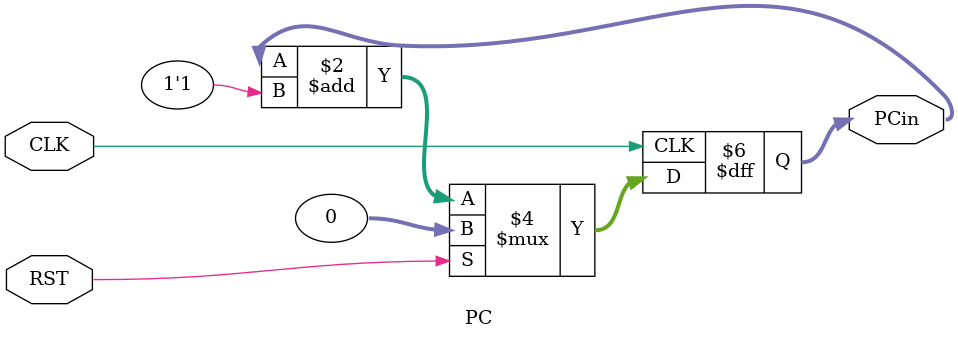
<source format=v>
`timescale 1ns / 1ps

/*
DM DUT(.CLK(CLK), .RST(RST), .DMA(DMA), .PCin(PCin), .PCout(PCout));
*/

module PC(CLK,RST,PCin);
input CLK,RST;
output reg[31:0] PCin;
always @(posedge  CLK)
begin
if(RST) PCin <=0;
else
PCin <= PCin+1'b1;
end
endmodule

</source>
